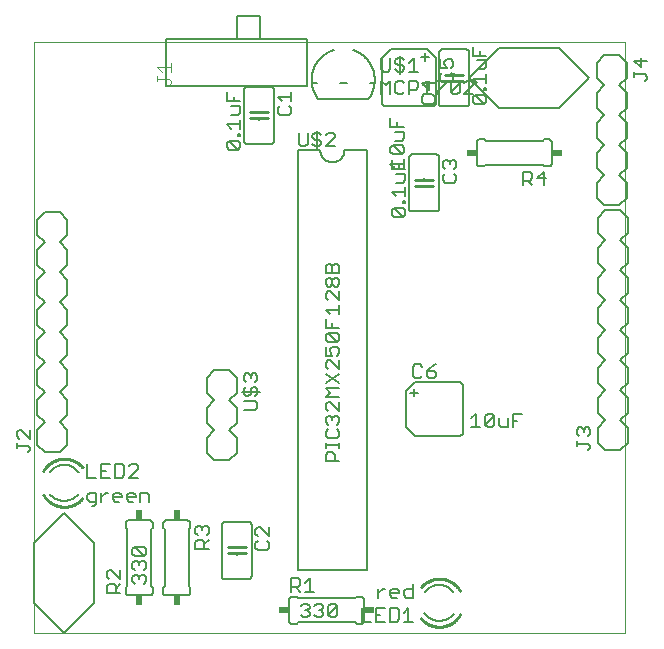
<source format=gto>
G75*
%MOIN*%
%OFA0B0*%
%FSLAX25Y25*%
%IPPOS*%
%LPD*%
%AMOC8*
5,1,8,0,0,1.08239X$1,22.5*
%
%ADD10C,0.00000*%
%ADD11C,0.00600*%
%ADD12C,0.01000*%
%ADD13C,0.00500*%
%ADD14C,0.00400*%
%ADD15C,0.00800*%
%ADD16R,0.03400X0.02400*%
%ADD17R,0.02400X0.03400*%
D10*
X0008764Y0001800D02*
X0008764Y0198650D01*
X0205615Y0198650D01*
X0205615Y0001800D01*
X0008764Y0001800D01*
D11*
X0039264Y0015300D02*
X0039264Y0016800D01*
X0039764Y0017300D01*
X0039764Y0036300D01*
X0039264Y0036800D01*
X0039264Y0038300D01*
X0039266Y0038360D01*
X0039271Y0038421D01*
X0039280Y0038480D01*
X0039293Y0038539D01*
X0039309Y0038598D01*
X0039329Y0038655D01*
X0039352Y0038710D01*
X0039379Y0038765D01*
X0039408Y0038817D01*
X0039441Y0038868D01*
X0039477Y0038917D01*
X0039515Y0038963D01*
X0039557Y0039007D01*
X0039601Y0039049D01*
X0039647Y0039087D01*
X0039696Y0039123D01*
X0039747Y0039156D01*
X0039799Y0039185D01*
X0039854Y0039212D01*
X0039909Y0039235D01*
X0039966Y0039255D01*
X0040025Y0039271D01*
X0040084Y0039284D01*
X0040143Y0039293D01*
X0040204Y0039298D01*
X0040264Y0039300D01*
X0047264Y0039300D01*
X0047324Y0039298D01*
X0047385Y0039293D01*
X0047444Y0039284D01*
X0047503Y0039271D01*
X0047562Y0039255D01*
X0047619Y0039235D01*
X0047674Y0039212D01*
X0047729Y0039185D01*
X0047781Y0039156D01*
X0047832Y0039123D01*
X0047881Y0039087D01*
X0047927Y0039049D01*
X0047971Y0039007D01*
X0048013Y0038963D01*
X0048051Y0038917D01*
X0048087Y0038868D01*
X0048120Y0038817D01*
X0048149Y0038765D01*
X0048176Y0038710D01*
X0048199Y0038655D01*
X0048219Y0038598D01*
X0048235Y0038539D01*
X0048248Y0038480D01*
X0048257Y0038421D01*
X0048262Y0038360D01*
X0048264Y0038300D01*
X0048264Y0036800D01*
X0047764Y0036300D01*
X0047764Y0017300D01*
X0048264Y0016800D01*
X0048264Y0015300D01*
X0048262Y0015240D01*
X0048257Y0015179D01*
X0048248Y0015120D01*
X0048235Y0015061D01*
X0048219Y0015002D01*
X0048199Y0014945D01*
X0048176Y0014890D01*
X0048149Y0014835D01*
X0048120Y0014783D01*
X0048087Y0014732D01*
X0048051Y0014683D01*
X0048013Y0014637D01*
X0047971Y0014593D01*
X0047927Y0014551D01*
X0047881Y0014513D01*
X0047832Y0014477D01*
X0047781Y0014444D01*
X0047729Y0014415D01*
X0047674Y0014388D01*
X0047619Y0014365D01*
X0047562Y0014345D01*
X0047503Y0014329D01*
X0047444Y0014316D01*
X0047385Y0014307D01*
X0047324Y0014302D01*
X0047264Y0014300D01*
X0040264Y0014300D01*
X0040204Y0014302D01*
X0040143Y0014307D01*
X0040084Y0014316D01*
X0040025Y0014329D01*
X0039966Y0014345D01*
X0039909Y0014365D01*
X0039854Y0014388D01*
X0039799Y0014415D01*
X0039747Y0014444D01*
X0039696Y0014477D01*
X0039647Y0014513D01*
X0039601Y0014551D01*
X0039557Y0014593D01*
X0039515Y0014637D01*
X0039477Y0014683D01*
X0039441Y0014732D01*
X0039408Y0014783D01*
X0039379Y0014835D01*
X0039352Y0014890D01*
X0039329Y0014945D01*
X0039309Y0015002D01*
X0039293Y0015061D01*
X0039280Y0015120D01*
X0039271Y0015179D01*
X0039266Y0015240D01*
X0039264Y0015300D01*
X0051764Y0015300D02*
X0051764Y0016800D01*
X0052264Y0017300D01*
X0052264Y0036300D01*
X0051764Y0036800D01*
X0051764Y0038300D01*
X0051766Y0038360D01*
X0051771Y0038421D01*
X0051780Y0038480D01*
X0051793Y0038539D01*
X0051809Y0038598D01*
X0051829Y0038655D01*
X0051852Y0038710D01*
X0051879Y0038765D01*
X0051908Y0038817D01*
X0051941Y0038868D01*
X0051977Y0038917D01*
X0052015Y0038963D01*
X0052057Y0039007D01*
X0052101Y0039049D01*
X0052147Y0039087D01*
X0052196Y0039123D01*
X0052247Y0039156D01*
X0052299Y0039185D01*
X0052354Y0039212D01*
X0052409Y0039235D01*
X0052466Y0039255D01*
X0052525Y0039271D01*
X0052584Y0039284D01*
X0052643Y0039293D01*
X0052704Y0039298D01*
X0052764Y0039300D01*
X0059764Y0039300D01*
X0059824Y0039298D01*
X0059885Y0039293D01*
X0059944Y0039284D01*
X0060003Y0039271D01*
X0060062Y0039255D01*
X0060119Y0039235D01*
X0060174Y0039212D01*
X0060229Y0039185D01*
X0060281Y0039156D01*
X0060332Y0039123D01*
X0060381Y0039087D01*
X0060427Y0039049D01*
X0060471Y0039007D01*
X0060513Y0038963D01*
X0060551Y0038917D01*
X0060587Y0038868D01*
X0060620Y0038817D01*
X0060649Y0038765D01*
X0060676Y0038710D01*
X0060699Y0038655D01*
X0060719Y0038598D01*
X0060735Y0038539D01*
X0060748Y0038480D01*
X0060757Y0038421D01*
X0060762Y0038360D01*
X0060764Y0038300D01*
X0060764Y0036800D01*
X0060264Y0036300D01*
X0060264Y0017300D01*
X0060764Y0016800D01*
X0060764Y0015300D01*
X0060762Y0015240D01*
X0060757Y0015179D01*
X0060748Y0015120D01*
X0060735Y0015061D01*
X0060719Y0015002D01*
X0060699Y0014945D01*
X0060676Y0014890D01*
X0060649Y0014835D01*
X0060620Y0014783D01*
X0060587Y0014732D01*
X0060551Y0014683D01*
X0060513Y0014637D01*
X0060471Y0014593D01*
X0060427Y0014551D01*
X0060381Y0014513D01*
X0060332Y0014477D01*
X0060281Y0014444D01*
X0060229Y0014415D01*
X0060174Y0014388D01*
X0060119Y0014365D01*
X0060062Y0014345D01*
X0060003Y0014329D01*
X0059944Y0014316D01*
X0059885Y0014307D01*
X0059824Y0014302D01*
X0059764Y0014300D01*
X0052764Y0014300D01*
X0052704Y0014302D01*
X0052643Y0014307D01*
X0052584Y0014316D01*
X0052525Y0014329D01*
X0052466Y0014345D01*
X0052409Y0014365D01*
X0052354Y0014388D01*
X0052299Y0014415D01*
X0052247Y0014444D01*
X0052196Y0014477D01*
X0052147Y0014513D01*
X0052101Y0014551D01*
X0052057Y0014593D01*
X0052015Y0014637D01*
X0051977Y0014683D01*
X0051941Y0014732D01*
X0051908Y0014783D01*
X0051879Y0014835D01*
X0051852Y0014890D01*
X0051829Y0014945D01*
X0051809Y0015002D01*
X0051793Y0015061D01*
X0051780Y0015120D01*
X0051771Y0015179D01*
X0051766Y0015240D01*
X0051764Y0015300D01*
X0071264Y0020800D02*
X0071264Y0037800D01*
X0071266Y0037860D01*
X0071271Y0037921D01*
X0071280Y0037980D01*
X0071293Y0038039D01*
X0071309Y0038098D01*
X0071329Y0038155D01*
X0071352Y0038210D01*
X0071379Y0038265D01*
X0071408Y0038317D01*
X0071441Y0038368D01*
X0071477Y0038417D01*
X0071515Y0038463D01*
X0071557Y0038507D01*
X0071601Y0038549D01*
X0071647Y0038587D01*
X0071696Y0038623D01*
X0071747Y0038656D01*
X0071799Y0038685D01*
X0071854Y0038712D01*
X0071909Y0038735D01*
X0071966Y0038755D01*
X0072025Y0038771D01*
X0072084Y0038784D01*
X0072143Y0038793D01*
X0072204Y0038798D01*
X0072264Y0038800D01*
X0080264Y0038800D01*
X0080324Y0038798D01*
X0080385Y0038793D01*
X0080444Y0038784D01*
X0080503Y0038771D01*
X0080562Y0038755D01*
X0080619Y0038735D01*
X0080674Y0038712D01*
X0080729Y0038685D01*
X0080781Y0038656D01*
X0080832Y0038623D01*
X0080881Y0038587D01*
X0080927Y0038549D01*
X0080971Y0038507D01*
X0081013Y0038463D01*
X0081051Y0038417D01*
X0081087Y0038368D01*
X0081120Y0038317D01*
X0081149Y0038265D01*
X0081176Y0038210D01*
X0081199Y0038155D01*
X0081219Y0038098D01*
X0081235Y0038039D01*
X0081248Y0037980D01*
X0081257Y0037921D01*
X0081262Y0037860D01*
X0081264Y0037800D01*
X0081264Y0020800D01*
X0081262Y0020740D01*
X0081257Y0020679D01*
X0081248Y0020620D01*
X0081235Y0020561D01*
X0081219Y0020502D01*
X0081199Y0020445D01*
X0081176Y0020390D01*
X0081149Y0020335D01*
X0081120Y0020283D01*
X0081087Y0020232D01*
X0081051Y0020183D01*
X0081013Y0020137D01*
X0080971Y0020093D01*
X0080927Y0020051D01*
X0080881Y0020013D01*
X0080832Y0019977D01*
X0080781Y0019944D01*
X0080729Y0019915D01*
X0080674Y0019888D01*
X0080619Y0019865D01*
X0080562Y0019845D01*
X0080503Y0019829D01*
X0080444Y0019816D01*
X0080385Y0019807D01*
X0080324Y0019802D01*
X0080264Y0019800D01*
X0072264Y0019800D01*
X0072204Y0019802D01*
X0072143Y0019807D01*
X0072084Y0019816D01*
X0072025Y0019829D01*
X0071966Y0019845D01*
X0071909Y0019865D01*
X0071854Y0019888D01*
X0071799Y0019915D01*
X0071747Y0019944D01*
X0071696Y0019977D01*
X0071647Y0020013D01*
X0071601Y0020051D01*
X0071557Y0020093D01*
X0071515Y0020137D01*
X0071477Y0020183D01*
X0071441Y0020232D01*
X0071408Y0020283D01*
X0071379Y0020335D01*
X0071352Y0020390D01*
X0071329Y0020445D01*
X0071309Y0020502D01*
X0071293Y0020561D01*
X0071280Y0020620D01*
X0071271Y0020679D01*
X0071266Y0020740D01*
X0071264Y0020800D01*
X0076264Y0027800D02*
X0076264Y0028300D01*
X0076264Y0030300D02*
X0076264Y0030800D01*
X0093764Y0012800D02*
X0093764Y0005800D01*
X0093766Y0005740D01*
X0093771Y0005679D01*
X0093780Y0005620D01*
X0093793Y0005561D01*
X0093809Y0005502D01*
X0093829Y0005445D01*
X0093852Y0005390D01*
X0093879Y0005335D01*
X0093908Y0005283D01*
X0093941Y0005232D01*
X0093977Y0005183D01*
X0094015Y0005137D01*
X0094057Y0005093D01*
X0094101Y0005051D01*
X0094147Y0005013D01*
X0094196Y0004977D01*
X0094247Y0004944D01*
X0094299Y0004915D01*
X0094354Y0004888D01*
X0094409Y0004865D01*
X0094466Y0004845D01*
X0094525Y0004829D01*
X0094584Y0004816D01*
X0094643Y0004807D01*
X0094704Y0004802D01*
X0094764Y0004800D01*
X0096264Y0004800D01*
X0096764Y0005300D01*
X0115764Y0005300D01*
X0116264Y0004800D01*
X0117764Y0004800D01*
X0117824Y0004802D01*
X0117885Y0004807D01*
X0117944Y0004816D01*
X0118003Y0004829D01*
X0118062Y0004845D01*
X0118119Y0004865D01*
X0118174Y0004888D01*
X0118229Y0004915D01*
X0118281Y0004944D01*
X0118332Y0004977D01*
X0118381Y0005013D01*
X0118427Y0005051D01*
X0118471Y0005093D01*
X0118513Y0005137D01*
X0118551Y0005183D01*
X0118587Y0005232D01*
X0118620Y0005283D01*
X0118649Y0005335D01*
X0118676Y0005390D01*
X0118699Y0005445D01*
X0118719Y0005502D01*
X0118735Y0005561D01*
X0118748Y0005620D01*
X0118757Y0005679D01*
X0118762Y0005740D01*
X0118764Y0005800D01*
X0118764Y0012800D01*
X0118762Y0012860D01*
X0118757Y0012921D01*
X0118748Y0012980D01*
X0118735Y0013039D01*
X0118719Y0013098D01*
X0118699Y0013155D01*
X0118676Y0013210D01*
X0118649Y0013265D01*
X0118620Y0013317D01*
X0118587Y0013368D01*
X0118551Y0013417D01*
X0118513Y0013463D01*
X0118471Y0013507D01*
X0118427Y0013549D01*
X0118381Y0013587D01*
X0118332Y0013623D01*
X0118281Y0013656D01*
X0118229Y0013685D01*
X0118174Y0013712D01*
X0118119Y0013735D01*
X0118062Y0013755D01*
X0118003Y0013771D01*
X0117944Y0013784D01*
X0117885Y0013793D01*
X0117824Y0013798D01*
X0117764Y0013800D01*
X0116264Y0013800D01*
X0115764Y0013300D01*
X0096764Y0013300D01*
X0096264Y0013800D01*
X0094764Y0013800D01*
X0094704Y0013798D01*
X0094643Y0013793D01*
X0094584Y0013784D01*
X0094525Y0013771D01*
X0094466Y0013755D01*
X0094409Y0013735D01*
X0094354Y0013712D01*
X0094299Y0013685D01*
X0094247Y0013656D01*
X0094196Y0013623D01*
X0094147Y0013587D01*
X0094101Y0013549D01*
X0094057Y0013507D01*
X0094015Y0013463D01*
X0093977Y0013417D01*
X0093941Y0013368D01*
X0093908Y0013317D01*
X0093879Y0013265D01*
X0093852Y0013210D01*
X0093829Y0013155D01*
X0093809Y0013098D01*
X0093793Y0013039D01*
X0093780Y0012980D01*
X0093771Y0012921D01*
X0093766Y0012860D01*
X0093764Y0012800D01*
X0096674Y0022666D02*
X0119674Y0022666D01*
X0119674Y0162666D01*
X0112174Y0162666D01*
X0112172Y0162540D01*
X0112166Y0162415D01*
X0112156Y0162290D01*
X0112142Y0162165D01*
X0112125Y0162040D01*
X0112103Y0161916D01*
X0112078Y0161793D01*
X0112048Y0161671D01*
X0112015Y0161550D01*
X0111978Y0161430D01*
X0111938Y0161311D01*
X0111893Y0161194D01*
X0111845Y0161077D01*
X0111793Y0160963D01*
X0111738Y0160850D01*
X0111679Y0160739D01*
X0111617Y0160630D01*
X0111551Y0160523D01*
X0111482Y0160418D01*
X0111410Y0160315D01*
X0111335Y0160214D01*
X0111256Y0160116D01*
X0111174Y0160021D01*
X0111090Y0159928D01*
X0111002Y0159838D01*
X0110912Y0159750D01*
X0110819Y0159666D01*
X0110724Y0159584D01*
X0110626Y0159505D01*
X0110525Y0159430D01*
X0110422Y0159358D01*
X0110317Y0159289D01*
X0110210Y0159223D01*
X0110101Y0159161D01*
X0109990Y0159102D01*
X0109877Y0159047D01*
X0109763Y0158995D01*
X0109646Y0158947D01*
X0109529Y0158902D01*
X0109410Y0158862D01*
X0109290Y0158825D01*
X0109169Y0158792D01*
X0109047Y0158762D01*
X0108924Y0158737D01*
X0108800Y0158715D01*
X0108675Y0158698D01*
X0108550Y0158684D01*
X0108425Y0158674D01*
X0108300Y0158668D01*
X0108174Y0158666D01*
X0108048Y0158668D01*
X0107923Y0158674D01*
X0107798Y0158684D01*
X0107673Y0158698D01*
X0107548Y0158715D01*
X0107424Y0158737D01*
X0107301Y0158762D01*
X0107179Y0158792D01*
X0107058Y0158825D01*
X0106938Y0158862D01*
X0106819Y0158902D01*
X0106702Y0158947D01*
X0106585Y0158995D01*
X0106471Y0159047D01*
X0106358Y0159102D01*
X0106247Y0159161D01*
X0106138Y0159223D01*
X0106031Y0159289D01*
X0105926Y0159358D01*
X0105823Y0159430D01*
X0105722Y0159505D01*
X0105624Y0159584D01*
X0105529Y0159666D01*
X0105436Y0159750D01*
X0105346Y0159838D01*
X0105258Y0159928D01*
X0105174Y0160021D01*
X0105092Y0160116D01*
X0105013Y0160214D01*
X0104938Y0160315D01*
X0104866Y0160418D01*
X0104797Y0160523D01*
X0104731Y0160630D01*
X0104669Y0160739D01*
X0104610Y0160850D01*
X0104555Y0160963D01*
X0104503Y0161077D01*
X0104455Y0161194D01*
X0104410Y0161311D01*
X0104370Y0161430D01*
X0104333Y0161550D01*
X0104300Y0161671D01*
X0104270Y0161793D01*
X0104245Y0161916D01*
X0104223Y0162040D01*
X0104206Y0162165D01*
X0104192Y0162290D01*
X0104182Y0162415D01*
X0104176Y0162540D01*
X0104174Y0162666D01*
X0096674Y0162666D01*
X0096674Y0022666D01*
X0143764Y0017800D02*
X0143916Y0017798D01*
X0144067Y0017792D01*
X0144218Y0017783D01*
X0144370Y0017769D01*
X0144520Y0017752D01*
X0144670Y0017731D01*
X0144820Y0017706D01*
X0144969Y0017678D01*
X0145117Y0017645D01*
X0145264Y0017609D01*
X0145411Y0017570D01*
X0145556Y0017526D01*
X0145700Y0017479D01*
X0145843Y0017428D01*
X0145984Y0017374D01*
X0146125Y0017316D01*
X0146263Y0017255D01*
X0146400Y0017190D01*
X0146536Y0017121D01*
X0146669Y0017050D01*
X0146801Y0016975D01*
X0146931Y0016896D01*
X0147058Y0016815D01*
X0147184Y0016730D01*
X0147308Y0016642D01*
X0147429Y0016551D01*
X0147548Y0016457D01*
X0147664Y0016359D01*
X0147778Y0016259D01*
X0147890Y0016157D01*
X0147998Y0016051D01*
X0148104Y0015943D01*
X0148208Y0015832D01*
X0148308Y0015718D01*
X0148406Y0015602D01*
X0148500Y0015483D01*
X0143764Y0005800D02*
X0143610Y0005802D01*
X0143456Y0005808D01*
X0143302Y0005818D01*
X0143148Y0005832D01*
X0142995Y0005849D01*
X0142843Y0005871D01*
X0142691Y0005897D01*
X0142539Y0005926D01*
X0142389Y0005960D01*
X0142239Y0005997D01*
X0142091Y0006038D01*
X0141943Y0006083D01*
X0141797Y0006132D01*
X0141652Y0006184D01*
X0141509Y0006240D01*
X0141366Y0006300D01*
X0141226Y0006363D01*
X0141087Y0006430D01*
X0140950Y0006501D01*
X0140815Y0006575D01*
X0140682Y0006652D01*
X0140550Y0006733D01*
X0140421Y0006817D01*
X0140294Y0006905D01*
X0140170Y0006996D01*
X0140048Y0007089D01*
X0139928Y0007187D01*
X0139811Y0007287D01*
X0139696Y0007390D01*
X0139584Y0007496D01*
X0139475Y0007604D01*
X0139369Y0007716D01*
X0139265Y0007830D01*
X0139165Y0007947D01*
X0139067Y0008066D01*
X0138973Y0008188D01*
X0138882Y0008313D01*
X0143764Y0005800D02*
X0143914Y0005802D01*
X0144065Y0005808D01*
X0144215Y0005817D01*
X0144364Y0005830D01*
X0144514Y0005847D01*
X0144663Y0005868D01*
X0144811Y0005892D01*
X0144959Y0005920D01*
X0145106Y0005952D01*
X0145252Y0005987D01*
X0145397Y0006027D01*
X0145541Y0006069D01*
X0145684Y0006116D01*
X0145826Y0006166D01*
X0145967Y0006219D01*
X0146106Y0006276D01*
X0146244Y0006336D01*
X0146380Y0006400D01*
X0146514Y0006467D01*
X0146647Y0006538D01*
X0146778Y0006612D01*
X0146907Y0006689D01*
X0147034Y0006770D01*
X0147159Y0006853D01*
X0147282Y0006940D01*
X0147403Y0007029D01*
X0147521Y0007122D01*
X0147637Y0007218D01*
X0147751Y0007316D01*
X0147862Y0007417D01*
X0147971Y0007522D01*
X0148076Y0007628D01*
X0148180Y0007738D01*
X0148280Y0007850D01*
X0148378Y0007964D01*
X0148472Y0008081D01*
X0148564Y0008200D01*
X0143764Y0017800D02*
X0143612Y0017798D01*
X0143461Y0017792D01*
X0143310Y0017783D01*
X0143158Y0017769D01*
X0143008Y0017752D01*
X0142858Y0017731D01*
X0142708Y0017706D01*
X0142559Y0017678D01*
X0142411Y0017645D01*
X0142264Y0017609D01*
X0142117Y0017570D01*
X0141972Y0017526D01*
X0141828Y0017479D01*
X0141685Y0017428D01*
X0141544Y0017374D01*
X0141403Y0017316D01*
X0141265Y0017255D01*
X0141128Y0017190D01*
X0140992Y0017121D01*
X0140859Y0017050D01*
X0140727Y0016975D01*
X0140597Y0016896D01*
X0140470Y0016815D01*
X0140344Y0016730D01*
X0140220Y0016642D01*
X0140099Y0016551D01*
X0139980Y0016457D01*
X0139864Y0016359D01*
X0139750Y0016259D01*
X0139638Y0016157D01*
X0139530Y0016051D01*
X0139424Y0015943D01*
X0139320Y0015832D01*
X0139220Y0015718D01*
X0139122Y0015602D01*
X0139028Y0015483D01*
X0135788Y0067485D02*
X0132788Y0070485D01*
X0132788Y0082485D01*
X0135788Y0085485D01*
X0150288Y0085485D01*
X0150364Y0085483D01*
X0150440Y0085477D01*
X0150515Y0085468D01*
X0150590Y0085454D01*
X0150664Y0085437D01*
X0150737Y0085416D01*
X0150809Y0085392D01*
X0150880Y0085363D01*
X0150949Y0085332D01*
X0151016Y0085297D01*
X0151081Y0085258D01*
X0151145Y0085216D01*
X0151206Y0085171D01*
X0151265Y0085123D01*
X0151321Y0085072D01*
X0151375Y0085018D01*
X0151426Y0084962D01*
X0151474Y0084903D01*
X0151519Y0084842D01*
X0151561Y0084778D01*
X0151600Y0084713D01*
X0151635Y0084646D01*
X0151666Y0084577D01*
X0151695Y0084506D01*
X0151719Y0084434D01*
X0151740Y0084361D01*
X0151757Y0084287D01*
X0151771Y0084212D01*
X0151780Y0084137D01*
X0151786Y0084061D01*
X0151788Y0083985D01*
X0151788Y0068985D01*
X0151786Y0068909D01*
X0151780Y0068833D01*
X0151771Y0068758D01*
X0151757Y0068683D01*
X0151740Y0068609D01*
X0151719Y0068536D01*
X0151695Y0068464D01*
X0151666Y0068393D01*
X0151635Y0068324D01*
X0151600Y0068257D01*
X0151561Y0068192D01*
X0151519Y0068128D01*
X0151474Y0068067D01*
X0151426Y0068008D01*
X0151375Y0067952D01*
X0151321Y0067898D01*
X0151265Y0067847D01*
X0151206Y0067799D01*
X0151145Y0067754D01*
X0151081Y0067712D01*
X0151016Y0067673D01*
X0150949Y0067638D01*
X0150880Y0067607D01*
X0150809Y0067578D01*
X0150737Y0067554D01*
X0150664Y0067533D01*
X0150590Y0067516D01*
X0150515Y0067502D01*
X0150440Y0067493D01*
X0150364Y0067487D01*
X0150288Y0067485D01*
X0135788Y0067485D01*
X0135288Y0080585D02*
X0135288Y0083085D01*
X0136588Y0081885D02*
X0133988Y0081885D01*
X0134764Y0142300D02*
X0142764Y0142300D01*
X0142824Y0142302D01*
X0142885Y0142307D01*
X0142944Y0142316D01*
X0143003Y0142329D01*
X0143062Y0142345D01*
X0143119Y0142365D01*
X0143174Y0142388D01*
X0143229Y0142415D01*
X0143281Y0142444D01*
X0143332Y0142477D01*
X0143381Y0142513D01*
X0143427Y0142551D01*
X0143471Y0142593D01*
X0143513Y0142637D01*
X0143551Y0142683D01*
X0143587Y0142732D01*
X0143620Y0142783D01*
X0143649Y0142835D01*
X0143676Y0142890D01*
X0143699Y0142945D01*
X0143719Y0143002D01*
X0143735Y0143061D01*
X0143748Y0143120D01*
X0143757Y0143179D01*
X0143762Y0143240D01*
X0143764Y0143300D01*
X0143764Y0160300D01*
X0143762Y0160360D01*
X0143757Y0160421D01*
X0143748Y0160480D01*
X0143735Y0160539D01*
X0143719Y0160598D01*
X0143699Y0160655D01*
X0143676Y0160710D01*
X0143649Y0160765D01*
X0143620Y0160817D01*
X0143587Y0160868D01*
X0143551Y0160917D01*
X0143513Y0160963D01*
X0143471Y0161007D01*
X0143427Y0161049D01*
X0143381Y0161087D01*
X0143332Y0161123D01*
X0143281Y0161156D01*
X0143229Y0161185D01*
X0143174Y0161212D01*
X0143119Y0161235D01*
X0143062Y0161255D01*
X0143003Y0161271D01*
X0142944Y0161284D01*
X0142885Y0161293D01*
X0142824Y0161298D01*
X0142764Y0161300D01*
X0134764Y0161300D01*
X0134704Y0161298D01*
X0134643Y0161293D01*
X0134584Y0161284D01*
X0134525Y0161271D01*
X0134466Y0161255D01*
X0134409Y0161235D01*
X0134354Y0161212D01*
X0134299Y0161185D01*
X0134247Y0161156D01*
X0134196Y0161123D01*
X0134147Y0161087D01*
X0134101Y0161049D01*
X0134057Y0161007D01*
X0134015Y0160963D01*
X0133977Y0160917D01*
X0133941Y0160868D01*
X0133908Y0160817D01*
X0133879Y0160765D01*
X0133852Y0160710D01*
X0133829Y0160655D01*
X0133809Y0160598D01*
X0133793Y0160539D01*
X0133780Y0160480D01*
X0133771Y0160421D01*
X0133766Y0160360D01*
X0133764Y0160300D01*
X0133764Y0143300D01*
X0133766Y0143240D01*
X0133771Y0143179D01*
X0133780Y0143120D01*
X0133793Y0143061D01*
X0133809Y0143002D01*
X0133829Y0142945D01*
X0133852Y0142890D01*
X0133879Y0142835D01*
X0133908Y0142783D01*
X0133941Y0142732D01*
X0133977Y0142683D01*
X0134015Y0142637D01*
X0134057Y0142593D01*
X0134101Y0142551D01*
X0134147Y0142513D01*
X0134196Y0142477D01*
X0134247Y0142444D01*
X0134299Y0142415D01*
X0134354Y0142388D01*
X0134409Y0142365D01*
X0134466Y0142345D01*
X0134525Y0142329D01*
X0134584Y0142316D01*
X0134643Y0142307D01*
X0134704Y0142302D01*
X0134764Y0142300D01*
X0138764Y0150300D02*
X0138764Y0150800D01*
X0138764Y0152800D02*
X0138764Y0153300D01*
X0156264Y0158300D02*
X0156264Y0165300D01*
X0156266Y0165360D01*
X0156271Y0165421D01*
X0156280Y0165480D01*
X0156293Y0165539D01*
X0156309Y0165598D01*
X0156329Y0165655D01*
X0156352Y0165710D01*
X0156379Y0165765D01*
X0156408Y0165817D01*
X0156441Y0165868D01*
X0156477Y0165917D01*
X0156515Y0165963D01*
X0156557Y0166007D01*
X0156601Y0166049D01*
X0156647Y0166087D01*
X0156696Y0166123D01*
X0156747Y0166156D01*
X0156799Y0166185D01*
X0156854Y0166212D01*
X0156909Y0166235D01*
X0156966Y0166255D01*
X0157025Y0166271D01*
X0157084Y0166284D01*
X0157143Y0166293D01*
X0157204Y0166298D01*
X0157264Y0166300D01*
X0158764Y0166300D01*
X0159264Y0165800D01*
X0178264Y0165800D01*
X0178764Y0166300D01*
X0180264Y0166300D01*
X0180324Y0166298D01*
X0180385Y0166293D01*
X0180444Y0166284D01*
X0180503Y0166271D01*
X0180562Y0166255D01*
X0180619Y0166235D01*
X0180674Y0166212D01*
X0180729Y0166185D01*
X0180781Y0166156D01*
X0180832Y0166123D01*
X0180881Y0166087D01*
X0180927Y0166049D01*
X0180971Y0166007D01*
X0181013Y0165963D01*
X0181051Y0165917D01*
X0181087Y0165868D01*
X0181120Y0165817D01*
X0181149Y0165765D01*
X0181176Y0165710D01*
X0181199Y0165655D01*
X0181219Y0165598D01*
X0181235Y0165539D01*
X0181248Y0165480D01*
X0181257Y0165421D01*
X0181262Y0165360D01*
X0181264Y0165300D01*
X0181264Y0158300D01*
X0181262Y0158240D01*
X0181257Y0158179D01*
X0181248Y0158120D01*
X0181235Y0158061D01*
X0181219Y0158002D01*
X0181199Y0157945D01*
X0181176Y0157890D01*
X0181149Y0157835D01*
X0181120Y0157783D01*
X0181087Y0157732D01*
X0181051Y0157683D01*
X0181013Y0157637D01*
X0180971Y0157593D01*
X0180927Y0157551D01*
X0180881Y0157513D01*
X0180832Y0157477D01*
X0180781Y0157444D01*
X0180729Y0157415D01*
X0180674Y0157388D01*
X0180619Y0157365D01*
X0180562Y0157345D01*
X0180503Y0157329D01*
X0180444Y0157316D01*
X0180385Y0157307D01*
X0180324Y0157302D01*
X0180264Y0157300D01*
X0178764Y0157300D01*
X0178264Y0157800D01*
X0159264Y0157800D01*
X0158764Y0157300D01*
X0157264Y0157300D01*
X0157204Y0157302D01*
X0157143Y0157307D01*
X0157084Y0157316D01*
X0157025Y0157329D01*
X0156966Y0157345D01*
X0156909Y0157365D01*
X0156854Y0157388D01*
X0156799Y0157415D01*
X0156747Y0157444D01*
X0156696Y0157477D01*
X0156647Y0157513D01*
X0156601Y0157551D01*
X0156557Y0157593D01*
X0156515Y0157637D01*
X0156477Y0157683D01*
X0156441Y0157732D01*
X0156408Y0157783D01*
X0156379Y0157835D01*
X0156352Y0157890D01*
X0156329Y0157945D01*
X0156309Y0158002D01*
X0156293Y0158061D01*
X0156280Y0158120D01*
X0156271Y0158179D01*
X0156266Y0158240D01*
X0156264Y0158300D01*
X0152764Y0177300D02*
X0144764Y0177300D01*
X0144704Y0177302D01*
X0144643Y0177307D01*
X0144584Y0177316D01*
X0144525Y0177329D01*
X0144466Y0177345D01*
X0144409Y0177365D01*
X0144354Y0177388D01*
X0144299Y0177415D01*
X0144247Y0177444D01*
X0144196Y0177477D01*
X0144147Y0177513D01*
X0144101Y0177551D01*
X0144057Y0177593D01*
X0144015Y0177637D01*
X0143977Y0177683D01*
X0143941Y0177732D01*
X0143908Y0177783D01*
X0143879Y0177835D01*
X0143852Y0177890D01*
X0143829Y0177945D01*
X0143809Y0178002D01*
X0143793Y0178061D01*
X0143780Y0178120D01*
X0143771Y0178179D01*
X0143766Y0178240D01*
X0143764Y0178300D01*
X0143764Y0195300D01*
X0143766Y0195360D01*
X0143771Y0195421D01*
X0143780Y0195480D01*
X0143793Y0195539D01*
X0143809Y0195598D01*
X0143829Y0195655D01*
X0143852Y0195710D01*
X0143879Y0195765D01*
X0143908Y0195817D01*
X0143941Y0195868D01*
X0143977Y0195917D01*
X0144015Y0195963D01*
X0144057Y0196007D01*
X0144101Y0196049D01*
X0144147Y0196087D01*
X0144196Y0196123D01*
X0144247Y0196156D01*
X0144299Y0196185D01*
X0144354Y0196212D01*
X0144409Y0196235D01*
X0144466Y0196255D01*
X0144525Y0196271D01*
X0144584Y0196284D01*
X0144643Y0196293D01*
X0144704Y0196298D01*
X0144764Y0196300D01*
X0152764Y0196300D01*
X0152824Y0196298D01*
X0152885Y0196293D01*
X0152944Y0196284D01*
X0153003Y0196271D01*
X0153062Y0196255D01*
X0153119Y0196235D01*
X0153174Y0196212D01*
X0153229Y0196185D01*
X0153281Y0196156D01*
X0153332Y0196123D01*
X0153381Y0196087D01*
X0153427Y0196049D01*
X0153471Y0196007D01*
X0153513Y0195963D01*
X0153551Y0195917D01*
X0153587Y0195868D01*
X0153620Y0195817D01*
X0153649Y0195765D01*
X0153676Y0195710D01*
X0153699Y0195655D01*
X0153719Y0195598D01*
X0153735Y0195539D01*
X0153748Y0195480D01*
X0153757Y0195421D01*
X0153762Y0195360D01*
X0153764Y0195300D01*
X0153764Y0178300D01*
X0153762Y0178240D01*
X0153757Y0178179D01*
X0153748Y0178120D01*
X0153735Y0178061D01*
X0153719Y0178002D01*
X0153699Y0177945D01*
X0153676Y0177890D01*
X0153649Y0177835D01*
X0153620Y0177783D01*
X0153587Y0177732D01*
X0153551Y0177683D01*
X0153513Y0177637D01*
X0153471Y0177593D01*
X0153427Y0177551D01*
X0153381Y0177513D01*
X0153332Y0177477D01*
X0153281Y0177444D01*
X0153229Y0177415D01*
X0153174Y0177388D01*
X0153119Y0177365D01*
X0153062Y0177345D01*
X0153003Y0177329D01*
X0152944Y0177316D01*
X0152885Y0177307D01*
X0152824Y0177302D01*
X0152764Y0177300D01*
X0148764Y0185300D02*
X0148764Y0185800D01*
X0148764Y0187800D02*
X0148764Y0188300D01*
X0142764Y0193300D02*
X0139764Y0196300D01*
X0127764Y0196300D01*
X0124764Y0193300D01*
X0124764Y0178800D01*
X0124766Y0178724D01*
X0124772Y0178648D01*
X0124781Y0178573D01*
X0124795Y0178498D01*
X0124812Y0178424D01*
X0124833Y0178351D01*
X0124857Y0178279D01*
X0124886Y0178208D01*
X0124917Y0178139D01*
X0124952Y0178072D01*
X0124991Y0178007D01*
X0125033Y0177943D01*
X0125078Y0177882D01*
X0125126Y0177823D01*
X0125177Y0177767D01*
X0125231Y0177713D01*
X0125287Y0177662D01*
X0125346Y0177614D01*
X0125407Y0177569D01*
X0125471Y0177527D01*
X0125536Y0177488D01*
X0125603Y0177453D01*
X0125672Y0177422D01*
X0125743Y0177393D01*
X0125815Y0177369D01*
X0125888Y0177348D01*
X0125962Y0177331D01*
X0126037Y0177317D01*
X0126112Y0177308D01*
X0126188Y0177302D01*
X0126264Y0177300D01*
X0141264Y0177300D01*
X0141340Y0177302D01*
X0141416Y0177308D01*
X0141491Y0177317D01*
X0141566Y0177331D01*
X0141640Y0177348D01*
X0141713Y0177369D01*
X0141785Y0177393D01*
X0141856Y0177422D01*
X0141925Y0177453D01*
X0141992Y0177488D01*
X0142057Y0177527D01*
X0142121Y0177569D01*
X0142182Y0177614D01*
X0142241Y0177662D01*
X0142297Y0177713D01*
X0142351Y0177767D01*
X0142402Y0177823D01*
X0142450Y0177882D01*
X0142495Y0177943D01*
X0142537Y0178007D01*
X0142576Y0178072D01*
X0142611Y0178139D01*
X0142642Y0178208D01*
X0142671Y0178279D01*
X0142695Y0178351D01*
X0142716Y0178424D01*
X0142733Y0178498D01*
X0142747Y0178573D01*
X0142756Y0178648D01*
X0142762Y0178724D01*
X0142764Y0178800D01*
X0142764Y0193300D01*
X0140364Y0193800D02*
X0137864Y0193800D01*
X0139164Y0192500D02*
X0139164Y0195100D01*
X0088764Y0182800D02*
X0088764Y0165800D01*
X0088762Y0165740D01*
X0088757Y0165679D01*
X0088748Y0165620D01*
X0088735Y0165561D01*
X0088719Y0165502D01*
X0088699Y0165445D01*
X0088676Y0165390D01*
X0088649Y0165335D01*
X0088620Y0165283D01*
X0088587Y0165232D01*
X0088551Y0165183D01*
X0088513Y0165137D01*
X0088471Y0165093D01*
X0088427Y0165051D01*
X0088381Y0165013D01*
X0088332Y0164977D01*
X0088281Y0164944D01*
X0088229Y0164915D01*
X0088174Y0164888D01*
X0088119Y0164865D01*
X0088062Y0164845D01*
X0088003Y0164829D01*
X0087944Y0164816D01*
X0087885Y0164807D01*
X0087824Y0164802D01*
X0087764Y0164800D01*
X0079764Y0164800D01*
X0079704Y0164802D01*
X0079643Y0164807D01*
X0079584Y0164816D01*
X0079525Y0164829D01*
X0079466Y0164845D01*
X0079409Y0164865D01*
X0079354Y0164888D01*
X0079299Y0164915D01*
X0079247Y0164944D01*
X0079196Y0164977D01*
X0079147Y0165013D01*
X0079101Y0165051D01*
X0079057Y0165093D01*
X0079015Y0165137D01*
X0078977Y0165183D01*
X0078941Y0165232D01*
X0078908Y0165283D01*
X0078879Y0165335D01*
X0078852Y0165390D01*
X0078829Y0165445D01*
X0078809Y0165502D01*
X0078793Y0165561D01*
X0078780Y0165620D01*
X0078771Y0165679D01*
X0078766Y0165740D01*
X0078764Y0165800D01*
X0078764Y0182800D01*
X0078766Y0182860D01*
X0078771Y0182921D01*
X0078780Y0182980D01*
X0078793Y0183039D01*
X0078809Y0183098D01*
X0078829Y0183155D01*
X0078852Y0183210D01*
X0078879Y0183265D01*
X0078908Y0183317D01*
X0078941Y0183368D01*
X0078977Y0183417D01*
X0079015Y0183463D01*
X0079057Y0183507D01*
X0079101Y0183549D01*
X0079147Y0183587D01*
X0079196Y0183623D01*
X0079247Y0183656D01*
X0079299Y0183685D01*
X0079354Y0183712D01*
X0079409Y0183735D01*
X0079466Y0183755D01*
X0079525Y0183771D01*
X0079584Y0183784D01*
X0079643Y0183793D01*
X0079704Y0183798D01*
X0079764Y0183800D01*
X0087764Y0183800D01*
X0087824Y0183798D01*
X0087885Y0183793D01*
X0087944Y0183784D01*
X0088003Y0183771D01*
X0088062Y0183755D01*
X0088119Y0183735D01*
X0088174Y0183712D01*
X0088229Y0183685D01*
X0088281Y0183656D01*
X0088332Y0183623D01*
X0088381Y0183587D01*
X0088427Y0183549D01*
X0088471Y0183507D01*
X0088513Y0183463D01*
X0088551Y0183417D01*
X0088587Y0183368D01*
X0088620Y0183317D01*
X0088649Y0183265D01*
X0088676Y0183210D01*
X0088699Y0183155D01*
X0088719Y0183098D01*
X0088735Y0183039D01*
X0088748Y0182980D01*
X0088757Y0182921D01*
X0088762Y0182860D01*
X0088764Y0182800D01*
X0083764Y0175800D02*
X0083764Y0175300D01*
X0083764Y0173300D02*
X0083764Y0172800D01*
X0018764Y0045800D02*
X0018612Y0045802D01*
X0018461Y0045808D01*
X0018310Y0045817D01*
X0018158Y0045831D01*
X0018008Y0045848D01*
X0017858Y0045869D01*
X0017708Y0045894D01*
X0017559Y0045922D01*
X0017411Y0045955D01*
X0017264Y0045991D01*
X0017117Y0046030D01*
X0016972Y0046074D01*
X0016828Y0046121D01*
X0016685Y0046172D01*
X0016544Y0046226D01*
X0016403Y0046284D01*
X0016265Y0046345D01*
X0016128Y0046410D01*
X0015992Y0046479D01*
X0015859Y0046550D01*
X0015727Y0046625D01*
X0015597Y0046704D01*
X0015470Y0046785D01*
X0015344Y0046870D01*
X0015220Y0046958D01*
X0015099Y0047049D01*
X0014980Y0047143D01*
X0014864Y0047241D01*
X0014750Y0047341D01*
X0014638Y0047443D01*
X0014530Y0047549D01*
X0014424Y0047657D01*
X0014320Y0047768D01*
X0014220Y0047882D01*
X0014122Y0047998D01*
X0014028Y0048117D01*
X0018764Y0057800D02*
X0018918Y0057798D01*
X0019072Y0057792D01*
X0019226Y0057782D01*
X0019380Y0057768D01*
X0019533Y0057751D01*
X0019685Y0057729D01*
X0019837Y0057703D01*
X0019989Y0057674D01*
X0020139Y0057640D01*
X0020289Y0057603D01*
X0020437Y0057562D01*
X0020585Y0057517D01*
X0020731Y0057468D01*
X0020876Y0057416D01*
X0021019Y0057360D01*
X0021162Y0057300D01*
X0021302Y0057237D01*
X0021441Y0057170D01*
X0021578Y0057099D01*
X0021713Y0057025D01*
X0021846Y0056948D01*
X0021978Y0056867D01*
X0022107Y0056783D01*
X0022234Y0056695D01*
X0022358Y0056604D01*
X0022480Y0056511D01*
X0022600Y0056413D01*
X0022717Y0056313D01*
X0022832Y0056210D01*
X0022944Y0056104D01*
X0023053Y0055996D01*
X0023159Y0055884D01*
X0023263Y0055770D01*
X0023363Y0055653D01*
X0023461Y0055534D01*
X0023555Y0055412D01*
X0023646Y0055287D01*
X0018764Y0057800D02*
X0018614Y0057798D01*
X0018463Y0057792D01*
X0018313Y0057783D01*
X0018164Y0057770D01*
X0018014Y0057753D01*
X0017865Y0057732D01*
X0017717Y0057708D01*
X0017569Y0057680D01*
X0017422Y0057648D01*
X0017276Y0057613D01*
X0017131Y0057573D01*
X0016987Y0057531D01*
X0016844Y0057484D01*
X0016702Y0057434D01*
X0016561Y0057381D01*
X0016422Y0057324D01*
X0016284Y0057264D01*
X0016148Y0057200D01*
X0016014Y0057133D01*
X0015881Y0057062D01*
X0015750Y0056988D01*
X0015621Y0056911D01*
X0015494Y0056830D01*
X0015369Y0056747D01*
X0015246Y0056660D01*
X0015125Y0056571D01*
X0015007Y0056478D01*
X0014891Y0056382D01*
X0014777Y0056284D01*
X0014666Y0056183D01*
X0014557Y0056078D01*
X0014452Y0055972D01*
X0014348Y0055862D01*
X0014248Y0055750D01*
X0014150Y0055636D01*
X0014056Y0055519D01*
X0013964Y0055400D01*
X0018764Y0045800D02*
X0018916Y0045802D01*
X0019067Y0045808D01*
X0019218Y0045817D01*
X0019370Y0045831D01*
X0019520Y0045848D01*
X0019670Y0045869D01*
X0019820Y0045894D01*
X0019969Y0045922D01*
X0020117Y0045955D01*
X0020264Y0045991D01*
X0020411Y0046030D01*
X0020556Y0046074D01*
X0020700Y0046121D01*
X0020843Y0046172D01*
X0020984Y0046226D01*
X0021125Y0046284D01*
X0021263Y0046345D01*
X0021400Y0046410D01*
X0021536Y0046479D01*
X0021669Y0046550D01*
X0021801Y0046625D01*
X0021931Y0046704D01*
X0022058Y0046785D01*
X0022184Y0046870D01*
X0022308Y0046958D01*
X0022429Y0047049D01*
X0022548Y0047143D01*
X0022664Y0047241D01*
X0022778Y0047341D01*
X0022890Y0047443D01*
X0022998Y0047549D01*
X0023104Y0047657D01*
X0023208Y0047768D01*
X0023308Y0047882D01*
X0023406Y0047998D01*
X0023500Y0048117D01*
D12*
X0018765Y0059800D02*
X0018573Y0059798D01*
X0018381Y0059791D01*
X0018189Y0059779D01*
X0017997Y0059763D01*
X0017806Y0059742D01*
X0017616Y0059717D01*
X0017426Y0059687D01*
X0017237Y0059653D01*
X0017049Y0059614D01*
X0016862Y0059570D01*
X0016676Y0059522D01*
X0016491Y0059470D01*
X0016307Y0059413D01*
X0016125Y0059352D01*
X0015945Y0059286D01*
X0015766Y0059216D01*
X0015588Y0059142D01*
X0015413Y0059064D01*
X0015239Y0058981D01*
X0015068Y0058894D01*
X0014899Y0058804D01*
X0014732Y0058709D01*
X0014567Y0058610D01*
X0014404Y0058507D01*
X0014245Y0058400D01*
X0014087Y0058290D01*
X0013933Y0058176D01*
X0013781Y0058058D01*
X0013632Y0057936D01*
X0013486Y0057811D01*
X0013344Y0057683D01*
X0013204Y0057551D01*
X0013067Y0057416D01*
X0012934Y0057277D01*
X0012804Y0057136D01*
X0012678Y0056991D01*
X0012555Y0056843D01*
X0012436Y0056693D01*
X0012320Y0056539D01*
X0012208Y0056383D01*
X0012100Y0056224D01*
X0011995Y0056063D01*
X0011895Y0055899D01*
X0011799Y0055733D01*
X0011706Y0055565D01*
X0011818Y0047831D02*
X0011917Y0047662D01*
X0012021Y0047496D01*
X0012128Y0047332D01*
X0012239Y0047171D01*
X0012354Y0047013D01*
X0012473Y0046858D01*
X0012596Y0046705D01*
X0012722Y0046556D01*
X0012852Y0046410D01*
X0012986Y0046267D01*
X0013123Y0046127D01*
X0013263Y0045991D01*
X0013407Y0045858D01*
X0013554Y0045729D01*
X0013704Y0045603D01*
X0013857Y0045482D01*
X0014013Y0045363D01*
X0014172Y0045249D01*
X0014333Y0045139D01*
X0014498Y0045033D01*
X0014664Y0044930D01*
X0014834Y0044832D01*
X0015005Y0044738D01*
X0015179Y0044648D01*
X0015355Y0044563D01*
X0015533Y0044481D01*
X0015713Y0044405D01*
X0015895Y0044332D01*
X0016078Y0044264D01*
X0016263Y0044201D01*
X0016450Y0044142D01*
X0016638Y0044088D01*
X0016827Y0044038D01*
X0017017Y0043993D01*
X0017209Y0043953D01*
X0017401Y0043917D01*
X0017594Y0043886D01*
X0017788Y0043860D01*
X0017983Y0043838D01*
X0018178Y0043822D01*
X0018373Y0043810D01*
X0018569Y0043802D01*
X0018764Y0043800D01*
X0018957Y0043802D01*
X0019150Y0043809D01*
X0019342Y0043821D01*
X0019535Y0043837D01*
X0019727Y0043858D01*
X0019918Y0043884D01*
X0020108Y0043914D01*
X0020298Y0043949D01*
X0020487Y0043988D01*
X0020675Y0044032D01*
X0020862Y0044080D01*
X0021048Y0044133D01*
X0021232Y0044190D01*
X0021415Y0044252D01*
X0021596Y0044318D01*
X0021776Y0044389D01*
X0021954Y0044463D01*
X0022130Y0044542D01*
X0022304Y0044626D01*
X0022476Y0044713D01*
X0022646Y0044805D01*
X0022813Y0044901D01*
X0022979Y0045000D01*
X0023142Y0045104D01*
X0023302Y0045211D01*
X0023459Y0045323D01*
X0023614Y0045438D01*
X0023766Y0045557D01*
X0023915Y0045679D01*
X0024062Y0045805D01*
X0024205Y0045935D01*
X0024345Y0046068D01*
X0024481Y0046204D01*
X0024615Y0046344D01*
X0024744Y0046486D01*
X0024871Y0046632D01*
X0024910Y0056922D02*
X0024783Y0057070D01*
X0024653Y0057215D01*
X0024520Y0057356D01*
X0024383Y0057495D01*
X0024243Y0057630D01*
X0024099Y0057761D01*
X0023952Y0057889D01*
X0023803Y0058014D01*
X0023650Y0058135D01*
X0023495Y0058252D01*
X0023336Y0058365D01*
X0023175Y0058474D01*
X0023011Y0058579D01*
X0022845Y0058681D01*
X0022676Y0058778D01*
X0022506Y0058871D01*
X0022332Y0058960D01*
X0022157Y0059045D01*
X0021980Y0059125D01*
X0021801Y0059201D01*
X0021620Y0059273D01*
X0021437Y0059340D01*
X0021253Y0059403D01*
X0021067Y0059461D01*
X0020880Y0059515D01*
X0020692Y0059564D01*
X0020502Y0059609D01*
X0020312Y0059649D01*
X0020120Y0059684D01*
X0019928Y0059715D01*
X0019735Y0059741D01*
X0019541Y0059762D01*
X0019347Y0059779D01*
X0019153Y0059791D01*
X0018959Y0059798D01*
X0018764Y0059800D01*
X0073264Y0030300D02*
X0076264Y0030300D01*
X0079264Y0030300D01*
X0079264Y0028300D02*
X0076264Y0028300D01*
X0073264Y0028300D01*
X0143764Y0003800D02*
X0143956Y0003802D01*
X0144148Y0003809D01*
X0144340Y0003821D01*
X0144532Y0003837D01*
X0144723Y0003858D01*
X0144913Y0003883D01*
X0145103Y0003913D01*
X0145292Y0003947D01*
X0145480Y0003986D01*
X0145667Y0004030D01*
X0145853Y0004078D01*
X0146038Y0004130D01*
X0146222Y0004187D01*
X0146404Y0004248D01*
X0146584Y0004314D01*
X0146763Y0004384D01*
X0146941Y0004458D01*
X0147116Y0004536D01*
X0147290Y0004619D01*
X0147461Y0004706D01*
X0147630Y0004796D01*
X0147797Y0004891D01*
X0147962Y0004990D01*
X0148125Y0005093D01*
X0148284Y0005200D01*
X0148442Y0005310D01*
X0148596Y0005424D01*
X0148748Y0005542D01*
X0148897Y0005664D01*
X0149043Y0005789D01*
X0149185Y0005917D01*
X0149325Y0006049D01*
X0149462Y0006184D01*
X0149595Y0006323D01*
X0149725Y0006464D01*
X0149851Y0006609D01*
X0149974Y0006757D01*
X0150093Y0006907D01*
X0150209Y0007061D01*
X0150321Y0007217D01*
X0150429Y0007376D01*
X0150534Y0007537D01*
X0150634Y0007701D01*
X0150730Y0007867D01*
X0150823Y0008035D01*
X0150711Y0015769D02*
X0150612Y0015938D01*
X0150508Y0016104D01*
X0150401Y0016268D01*
X0150290Y0016429D01*
X0150175Y0016587D01*
X0150056Y0016742D01*
X0149933Y0016895D01*
X0149807Y0017044D01*
X0149677Y0017190D01*
X0149543Y0017333D01*
X0149406Y0017473D01*
X0149266Y0017609D01*
X0149122Y0017742D01*
X0148975Y0017871D01*
X0148825Y0017997D01*
X0148672Y0018118D01*
X0148516Y0018237D01*
X0148357Y0018351D01*
X0148196Y0018461D01*
X0148031Y0018567D01*
X0147865Y0018670D01*
X0147695Y0018768D01*
X0147524Y0018862D01*
X0147350Y0018952D01*
X0147174Y0019037D01*
X0146996Y0019119D01*
X0146816Y0019195D01*
X0146634Y0019268D01*
X0146451Y0019336D01*
X0146266Y0019399D01*
X0146079Y0019458D01*
X0145891Y0019512D01*
X0145702Y0019562D01*
X0145512Y0019607D01*
X0145320Y0019647D01*
X0145128Y0019683D01*
X0144935Y0019714D01*
X0144741Y0019740D01*
X0144546Y0019762D01*
X0144351Y0019778D01*
X0144156Y0019790D01*
X0143960Y0019798D01*
X0143765Y0019800D01*
X0143764Y0019800D02*
X0143571Y0019798D01*
X0143378Y0019791D01*
X0143186Y0019779D01*
X0142993Y0019763D01*
X0142801Y0019742D01*
X0142610Y0019716D01*
X0142420Y0019686D01*
X0142230Y0019651D01*
X0142041Y0019612D01*
X0141853Y0019568D01*
X0141666Y0019520D01*
X0141480Y0019467D01*
X0141296Y0019410D01*
X0141113Y0019348D01*
X0140932Y0019282D01*
X0140752Y0019211D01*
X0140574Y0019137D01*
X0140398Y0019058D01*
X0140224Y0018974D01*
X0140052Y0018887D01*
X0139882Y0018795D01*
X0139715Y0018699D01*
X0139549Y0018600D01*
X0139386Y0018496D01*
X0139226Y0018389D01*
X0139069Y0018277D01*
X0138914Y0018162D01*
X0138762Y0018043D01*
X0138613Y0017921D01*
X0138466Y0017795D01*
X0138323Y0017665D01*
X0138183Y0017532D01*
X0138047Y0017396D01*
X0137913Y0017256D01*
X0137784Y0017114D01*
X0137657Y0016968D01*
X0137618Y0006678D02*
X0137745Y0006530D01*
X0137875Y0006385D01*
X0138008Y0006244D01*
X0138145Y0006105D01*
X0138285Y0005970D01*
X0138429Y0005839D01*
X0138576Y0005711D01*
X0138725Y0005586D01*
X0138878Y0005465D01*
X0139033Y0005348D01*
X0139192Y0005235D01*
X0139353Y0005126D01*
X0139517Y0005021D01*
X0139683Y0004919D01*
X0139852Y0004822D01*
X0140022Y0004729D01*
X0140196Y0004640D01*
X0140371Y0004555D01*
X0140548Y0004475D01*
X0140727Y0004399D01*
X0140908Y0004327D01*
X0141091Y0004260D01*
X0141275Y0004197D01*
X0141461Y0004139D01*
X0141648Y0004085D01*
X0141836Y0004036D01*
X0142026Y0003991D01*
X0142216Y0003951D01*
X0142408Y0003916D01*
X0142600Y0003885D01*
X0142793Y0003859D01*
X0142987Y0003838D01*
X0143181Y0003821D01*
X0143375Y0003809D01*
X0143569Y0003802D01*
X0143764Y0003800D01*
X0141764Y0150800D02*
X0138764Y0150800D01*
X0135764Y0150800D01*
X0135764Y0152800D02*
X0138764Y0152800D01*
X0141764Y0152800D01*
X0145764Y0185800D02*
X0148764Y0185800D01*
X0151764Y0185800D01*
X0151764Y0187800D02*
X0148764Y0187800D01*
X0145764Y0187800D01*
X0086764Y0175300D02*
X0083764Y0175300D01*
X0080764Y0175300D01*
X0080764Y0173300D02*
X0083764Y0173300D01*
X0086764Y0173300D01*
D13*
X0090010Y0175093D02*
X0090761Y0174342D01*
X0093764Y0174342D01*
X0094514Y0175093D01*
X0094514Y0176594D01*
X0093764Y0177345D01*
X0094514Y0178946D02*
X0094514Y0181949D01*
X0094514Y0180447D02*
X0090010Y0180447D01*
X0091512Y0178946D01*
X0090761Y0177345D02*
X0090010Y0176594D01*
X0090010Y0175093D01*
X0096924Y0168420D02*
X0096924Y0164667D01*
X0097674Y0163916D01*
X0099176Y0163916D01*
X0099926Y0164667D01*
X0099926Y0168420D01*
X0101528Y0167669D02*
X0102278Y0168420D01*
X0103780Y0168420D01*
X0104530Y0167669D01*
X0106132Y0167669D02*
X0106882Y0168420D01*
X0108384Y0168420D01*
X0109134Y0167669D01*
X0109134Y0166919D01*
X0106132Y0163916D01*
X0109134Y0163916D01*
X0104530Y0164667D02*
X0104530Y0165417D01*
X0103780Y0166168D01*
X0102278Y0166168D01*
X0101528Y0166919D01*
X0101528Y0167669D01*
X0103029Y0169171D02*
X0103029Y0163166D01*
X0102278Y0163916D02*
X0103780Y0163916D01*
X0104530Y0164667D01*
X0102278Y0163916D02*
X0101528Y0164667D01*
X0103550Y0179611D02*
X0120042Y0179611D01*
X0124546Y0181361D02*
X0124546Y0185865D01*
X0126047Y0184364D01*
X0127548Y0185865D01*
X0127548Y0181361D01*
X0129150Y0182112D02*
X0129900Y0181361D01*
X0131402Y0181361D01*
X0132152Y0182112D01*
X0133754Y0182862D02*
X0136006Y0182862D01*
X0136756Y0183613D01*
X0136756Y0185114D01*
X0136006Y0185865D01*
X0133754Y0185865D01*
X0133754Y0181361D01*
X0132152Y0185114D02*
X0131402Y0185865D01*
X0129900Y0185865D01*
X0129150Y0185114D01*
X0129150Y0182112D01*
X0130651Y0188110D02*
X0130651Y0194116D01*
X0131402Y0193365D02*
X0132152Y0192614D01*
X0131402Y0193365D02*
X0129900Y0193365D01*
X0129150Y0192614D01*
X0129150Y0191864D01*
X0129900Y0191113D01*
X0131402Y0191113D01*
X0132152Y0190362D01*
X0132152Y0189612D01*
X0131402Y0188861D01*
X0129900Y0188861D01*
X0129150Y0189612D01*
X0127548Y0189612D02*
X0127548Y0193365D01*
X0124546Y0193365D02*
X0124546Y0189612D01*
X0125296Y0188861D01*
X0126798Y0188861D01*
X0127548Y0189612D01*
X0133754Y0188861D02*
X0136756Y0188861D01*
X0135255Y0188861D02*
X0135255Y0193365D01*
X0133754Y0191864D01*
X0138010Y0184906D02*
X0140262Y0182654D01*
X0140262Y0185656D01*
X0139859Y0185865D02*
X0138358Y0184364D01*
X0138010Y0184906D02*
X0142514Y0184906D01*
X0142961Y0185865D02*
X0145964Y0185865D01*
X0145964Y0185114D01*
X0142961Y0182112D01*
X0142961Y0181361D01*
X0142514Y0180302D02*
X0142514Y0178801D01*
X0141764Y0178050D01*
X0138761Y0178050D01*
X0138010Y0178801D01*
X0138010Y0180302D01*
X0138761Y0181053D01*
X0138358Y0181361D02*
X0141360Y0181361D01*
X0141764Y0181053D02*
X0142514Y0180302D01*
X0139859Y0181361D02*
X0139859Y0185865D01*
X0144010Y0186093D02*
X0144761Y0185342D01*
X0147764Y0185342D01*
X0148514Y0186093D01*
X0148514Y0187594D01*
X0147764Y0188345D01*
X0147764Y0189946D02*
X0148514Y0190697D01*
X0148514Y0192198D01*
X0147764Y0192949D01*
X0146262Y0192949D01*
X0145512Y0192198D01*
X0145512Y0191447D01*
X0146262Y0189946D01*
X0144010Y0189946D01*
X0144010Y0192949D01*
X0144761Y0188345D02*
X0144010Y0187594D01*
X0144010Y0186093D01*
X0147565Y0185114D02*
X0147565Y0182112D01*
X0150568Y0185114D01*
X0150568Y0182112D01*
X0149817Y0181361D01*
X0148316Y0181361D01*
X0147565Y0182112D01*
X0147565Y0185114D02*
X0148316Y0185865D01*
X0149817Y0185865D01*
X0150568Y0185114D01*
X0152169Y0185114D02*
X0152920Y0185865D01*
X0154421Y0185865D01*
X0155172Y0185114D01*
X0155172Y0184364D01*
X0152169Y0181361D01*
X0155172Y0181361D01*
X0155761Y0181053D02*
X0155010Y0180302D01*
X0155010Y0178801D01*
X0155761Y0178050D01*
X0158764Y0178050D01*
X0155761Y0181053D01*
X0158764Y0181053D01*
X0159514Y0180302D01*
X0159514Y0178801D01*
X0158764Y0178050D01*
X0158764Y0182654D02*
X0158764Y0183405D01*
X0159514Y0183405D01*
X0159514Y0182654D01*
X0158764Y0182654D01*
X0159514Y0184956D02*
X0159514Y0187958D01*
X0159514Y0186457D02*
X0155010Y0186457D01*
X0156512Y0184956D01*
X0153764Y0186800D02*
X0163764Y0176800D01*
X0168764Y0176800D01*
X0173764Y0176800D01*
X0183764Y0176800D01*
X0193764Y0186800D01*
X0183764Y0196800D01*
X0163764Y0196800D01*
X0153764Y0186800D01*
X0156512Y0189560D02*
X0158764Y0189560D01*
X0159514Y0190310D01*
X0159514Y0192562D01*
X0156512Y0192562D01*
X0157262Y0194164D02*
X0157262Y0195665D01*
X0155010Y0194164D02*
X0155010Y0197166D01*
X0155010Y0194164D02*
X0159514Y0194164D01*
X0132014Y0170446D02*
X0127510Y0170446D01*
X0127510Y0173449D01*
X0129762Y0171947D02*
X0129762Y0170446D01*
X0129012Y0168845D02*
X0132014Y0168845D01*
X0132014Y0166593D01*
X0131264Y0165842D01*
X0129012Y0165842D01*
X0128261Y0164241D02*
X0127510Y0163490D01*
X0127510Y0161989D01*
X0128261Y0161238D01*
X0131264Y0161238D01*
X0128261Y0164241D01*
X0131264Y0164241D01*
X0132014Y0163490D01*
X0132014Y0161989D01*
X0131264Y0161238D01*
X0132014Y0159637D02*
X0132014Y0156634D01*
X0132514Y0156446D02*
X0128010Y0156446D01*
X0128010Y0159449D01*
X0127510Y0158136D02*
X0132014Y0158136D01*
X0130262Y0157947D02*
X0130262Y0156446D01*
X0129012Y0156634D02*
X0127510Y0158136D01*
X0129512Y0154845D02*
X0132514Y0154845D01*
X0132514Y0152593D01*
X0131764Y0151842D01*
X0129512Y0151842D01*
X0128010Y0148739D02*
X0132514Y0148739D01*
X0132514Y0147238D02*
X0132514Y0150241D01*
X0129512Y0147238D02*
X0128010Y0148739D01*
X0131764Y0145687D02*
X0132514Y0145687D01*
X0132514Y0144936D01*
X0131764Y0144936D01*
X0131764Y0145687D01*
X0131764Y0143335D02*
X0128761Y0143335D01*
X0131764Y0140332D01*
X0132514Y0141083D01*
X0132514Y0142584D01*
X0131764Y0143335D01*
X0131764Y0140332D02*
X0128761Y0140332D01*
X0128010Y0141083D01*
X0128010Y0142584D01*
X0128761Y0143335D01*
X0145010Y0152593D02*
X0145761Y0151842D01*
X0148764Y0151842D01*
X0149514Y0152593D01*
X0149514Y0154094D01*
X0148764Y0154845D01*
X0148764Y0156446D02*
X0149514Y0157197D01*
X0149514Y0158698D01*
X0148764Y0159449D01*
X0148013Y0159449D01*
X0147262Y0158698D01*
X0147262Y0157947D01*
X0147262Y0158698D02*
X0146512Y0159449D01*
X0145761Y0159449D01*
X0145010Y0158698D01*
X0145010Y0157197D01*
X0145761Y0156446D01*
X0145761Y0154845D02*
X0145010Y0154094D01*
X0145010Y0152593D01*
X0171806Y0152551D02*
X0174058Y0152551D01*
X0174809Y0153302D01*
X0174809Y0154803D01*
X0174058Y0155554D01*
X0171806Y0155554D01*
X0171806Y0151050D01*
X0173308Y0152551D02*
X0174809Y0151050D01*
X0176410Y0153302D02*
X0179413Y0153302D01*
X0178662Y0151050D02*
X0178662Y0155554D01*
X0176410Y0153302D01*
X0208710Y0187143D02*
X0208710Y0188645D01*
X0208710Y0187894D02*
X0212464Y0187894D01*
X0213214Y0187143D01*
X0213214Y0186393D01*
X0212464Y0185642D01*
X0210962Y0190246D02*
X0210962Y0193249D01*
X0208710Y0192498D02*
X0210962Y0190246D01*
X0213214Y0192498D02*
X0208710Y0192498D01*
X0122248Y0185111D02*
X0120669Y0185111D01*
X0112923Y0185111D02*
X0110669Y0185111D01*
X0103550Y0179611D02*
X0103397Y0179810D01*
X0103249Y0180012D01*
X0103106Y0180217D01*
X0102968Y0180426D01*
X0102835Y0180638D01*
X0102707Y0180853D01*
X0102585Y0181071D01*
X0102467Y0181292D01*
X0102355Y0181516D01*
X0102248Y0181742D01*
X0102147Y0181971D01*
X0102051Y0182202D01*
X0101960Y0182436D01*
X0101875Y0182671D01*
X0101796Y0182909D01*
X0101723Y0183148D01*
X0101655Y0183389D01*
X0101593Y0183631D01*
X0101537Y0183875D01*
X0101486Y0184121D01*
X0101442Y0184367D01*
X0101403Y0184614D01*
X0101371Y0184862D01*
X0101344Y0185111D01*
X0101343Y0185111D02*
X0102923Y0185111D01*
X0099886Y0183926D02*
X0099886Y0199674D01*
X0084138Y0199674D01*
X0084138Y0207548D01*
X0076264Y0207548D01*
X0076264Y0199674D01*
X0084138Y0199674D01*
X0076264Y0199674D02*
X0052642Y0199674D01*
X0052642Y0183926D01*
X0099886Y0183926D01*
X0114892Y0196144D02*
X0115134Y0196066D01*
X0115374Y0195982D01*
X0115612Y0195893D01*
X0115848Y0195797D01*
X0116082Y0195696D01*
X0116313Y0195590D01*
X0116541Y0195477D01*
X0116767Y0195360D01*
X0116990Y0195237D01*
X0117209Y0195108D01*
X0117426Y0194974D01*
X0117639Y0194835D01*
X0117849Y0194691D01*
X0118055Y0194542D01*
X0118257Y0194388D01*
X0118456Y0194229D01*
X0118651Y0194065D01*
X0118842Y0193896D01*
X0119028Y0193723D01*
X0119211Y0193546D01*
X0119389Y0193364D01*
X0119562Y0193178D01*
X0119731Y0192987D01*
X0119895Y0192793D01*
X0120055Y0192595D01*
X0120210Y0192393D01*
X0120359Y0192187D01*
X0120504Y0191978D01*
X0120644Y0191765D01*
X0120778Y0191549D01*
X0120907Y0191329D01*
X0121031Y0191107D01*
X0121150Y0190882D01*
X0121262Y0190654D01*
X0121370Y0190423D01*
X0121471Y0190190D01*
X0121567Y0189954D01*
X0121658Y0189716D01*
X0121742Y0189476D01*
X0121821Y0189234D01*
X0121894Y0188990D01*
X0121960Y0188744D01*
X0122021Y0188497D01*
X0122076Y0188249D01*
X0122125Y0187999D01*
X0122168Y0187748D01*
X0122204Y0187496D01*
X0122235Y0187244D01*
X0122259Y0186990D01*
X0122277Y0186737D01*
X0122289Y0186482D01*
X0122295Y0186228D01*
X0122295Y0185973D01*
X0122289Y0185719D01*
X0122276Y0185465D01*
X0122257Y0185211D01*
X0122232Y0184958D01*
X0122201Y0184705D01*
X0122164Y0184453D01*
X0122121Y0184203D01*
X0122072Y0183953D01*
X0122017Y0183704D01*
X0121955Y0183457D01*
X0121888Y0183212D01*
X0121815Y0182968D01*
X0121736Y0182726D01*
X0121651Y0182487D01*
X0121560Y0182249D01*
X0121463Y0182013D01*
X0121361Y0181780D01*
X0121253Y0181550D01*
X0121140Y0181322D01*
X0121021Y0181097D01*
X0120897Y0180875D01*
X0120768Y0180656D01*
X0120633Y0180440D01*
X0120493Y0180227D01*
X0120347Y0180018D01*
X0120197Y0179813D01*
X0120042Y0179611D01*
X0101344Y0185111D02*
X0101322Y0185366D01*
X0101307Y0185622D01*
X0101299Y0185878D01*
X0101296Y0186135D01*
X0101300Y0186391D01*
X0101310Y0186647D01*
X0101326Y0186903D01*
X0101348Y0187158D01*
X0101377Y0187413D01*
X0101412Y0187667D01*
X0101453Y0187920D01*
X0101500Y0188172D01*
X0101554Y0188422D01*
X0101613Y0188671D01*
X0101679Y0188919D01*
X0101750Y0189165D01*
X0101828Y0189410D01*
X0101911Y0189652D01*
X0102000Y0189892D01*
X0102096Y0190130D01*
X0102197Y0190366D01*
X0102303Y0190599D01*
X0102416Y0190829D01*
X0102534Y0191057D01*
X0102657Y0191281D01*
X0102786Y0191503D01*
X0102920Y0191721D01*
X0103060Y0191936D01*
X0103205Y0192147D01*
X0103355Y0192355D01*
X0103509Y0192559D01*
X0103669Y0192760D01*
X0103834Y0192956D01*
X0104003Y0193148D01*
X0104178Y0193337D01*
X0104356Y0193520D01*
X0104539Y0193700D01*
X0104727Y0193875D01*
X0104918Y0194045D01*
X0105114Y0194210D01*
X0105314Y0194371D01*
X0105517Y0194527D01*
X0105724Y0194677D01*
X0105935Y0194823D01*
X0106150Y0194964D01*
X0106367Y0195099D01*
X0106588Y0195229D01*
X0106812Y0195353D01*
X0107039Y0195472D01*
X0107269Y0195585D01*
X0107502Y0195693D01*
X0107737Y0195795D01*
X0107975Y0195891D01*
X0108214Y0195981D01*
X0108456Y0196066D01*
X0108700Y0196144D01*
X0077514Y0178946D02*
X0073010Y0178946D01*
X0073010Y0181949D01*
X0075262Y0180447D02*
X0075262Y0178946D01*
X0074512Y0177345D02*
X0077514Y0177345D01*
X0077514Y0175093D01*
X0076764Y0174342D01*
X0074512Y0174342D01*
X0077514Y0172741D02*
X0077514Y0169738D01*
X0077514Y0171239D02*
X0073010Y0171239D01*
X0074512Y0169738D01*
X0076764Y0168187D02*
X0077514Y0168187D01*
X0077514Y0167436D01*
X0076764Y0167436D01*
X0076764Y0168187D01*
X0076764Y0165835D02*
X0073761Y0165835D01*
X0076764Y0162832D01*
X0077514Y0163583D01*
X0077514Y0165084D01*
X0076764Y0165835D01*
X0073761Y0165835D02*
X0073010Y0165084D01*
X0073010Y0163583D01*
X0073761Y0162832D01*
X0076764Y0162832D01*
X0106671Y0124815D02*
X0107421Y0124815D01*
X0108172Y0124064D01*
X0108172Y0121812D01*
X0108922Y0120211D02*
X0109673Y0120211D01*
X0110424Y0119460D01*
X0110424Y0117959D01*
X0109673Y0117208D01*
X0108922Y0117208D01*
X0108172Y0117959D01*
X0108172Y0119460D01*
X0108922Y0120211D01*
X0108172Y0119460D02*
X0107421Y0120211D01*
X0106671Y0120211D01*
X0105920Y0119460D01*
X0105920Y0117959D01*
X0106671Y0117208D01*
X0107421Y0117208D01*
X0108172Y0117959D01*
X0107421Y0115607D02*
X0106671Y0115607D01*
X0105920Y0114856D01*
X0105920Y0113355D01*
X0106671Y0112604D01*
X0105920Y0109502D02*
X0110424Y0109502D01*
X0110424Y0111003D02*
X0110424Y0108000D01*
X0108172Y0104898D02*
X0108172Y0103396D01*
X0106671Y0101795D02*
X0109673Y0101795D01*
X0110424Y0101044D01*
X0110424Y0099543D01*
X0109673Y0098792D01*
X0106671Y0101795D01*
X0105920Y0101044D01*
X0105920Y0099543D01*
X0106671Y0098792D01*
X0109673Y0098792D01*
X0109673Y0097191D02*
X0110424Y0096440D01*
X0110424Y0094939D01*
X0109673Y0094189D01*
X0108172Y0094189D02*
X0107421Y0095690D01*
X0107421Y0096440D01*
X0108172Y0097191D01*
X0109673Y0097191D01*
X0108172Y0094189D02*
X0105920Y0094189D01*
X0105920Y0097191D01*
X0106671Y0092587D02*
X0105920Y0091837D01*
X0105920Y0090335D01*
X0106671Y0089585D01*
X0105920Y0087983D02*
X0110424Y0084981D01*
X0110424Y0083379D02*
X0105920Y0083379D01*
X0107421Y0081878D01*
X0105920Y0080377D01*
X0110424Y0080377D01*
X0110424Y0078775D02*
X0110424Y0075773D01*
X0107421Y0078775D01*
X0106671Y0078775D01*
X0105920Y0078025D01*
X0105920Y0076523D01*
X0106671Y0075773D01*
X0106671Y0074171D02*
X0107421Y0074171D01*
X0108172Y0073421D01*
X0108922Y0074171D01*
X0109673Y0074171D01*
X0110424Y0073421D01*
X0110424Y0071920D01*
X0109673Y0071169D01*
X0109673Y0069568D02*
X0110424Y0068817D01*
X0110424Y0067316D01*
X0109673Y0066565D01*
X0106671Y0066565D01*
X0105920Y0067316D01*
X0105920Y0068817D01*
X0106671Y0069568D01*
X0106671Y0071169D02*
X0105920Y0071920D01*
X0105920Y0073421D01*
X0106671Y0074171D01*
X0108172Y0073421D02*
X0108172Y0072670D01*
X0110424Y0064997D02*
X0110424Y0063496D01*
X0110424Y0064246D02*
X0105920Y0064246D01*
X0105920Y0063496D02*
X0105920Y0064997D01*
X0106671Y0061894D02*
X0108172Y0061894D01*
X0108922Y0061144D01*
X0108922Y0058892D01*
X0110424Y0058892D02*
X0105920Y0058892D01*
X0105920Y0061144D01*
X0106671Y0061894D01*
X0105920Y0084981D02*
X0110424Y0087983D01*
X0110424Y0089585D02*
X0107421Y0092587D01*
X0106671Y0092587D01*
X0110424Y0092587D02*
X0110424Y0089585D01*
X0110424Y0103396D02*
X0105920Y0103396D01*
X0105920Y0106399D01*
X0107421Y0108000D02*
X0105920Y0109502D01*
X0110424Y0112604D02*
X0107421Y0115607D01*
X0110424Y0115607D02*
X0110424Y0112604D01*
X0110424Y0121812D02*
X0105920Y0121812D01*
X0105920Y0124064D01*
X0106671Y0124815D01*
X0108172Y0124064D02*
X0108922Y0124815D01*
X0109673Y0124815D01*
X0110424Y0124064D01*
X0110424Y0121812D01*
X0135789Y0091239D02*
X0135038Y0090488D01*
X0135038Y0087486D01*
X0135789Y0086735D01*
X0137290Y0086735D01*
X0138040Y0087486D01*
X0139642Y0087486D02*
X0139642Y0088987D01*
X0141894Y0088987D01*
X0142644Y0088236D01*
X0142644Y0087486D01*
X0141894Y0086735D01*
X0140392Y0086735D01*
X0139642Y0087486D01*
X0139642Y0088987D02*
X0141143Y0090488D01*
X0142644Y0091239D01*
X0138040Y0090488D02*
X0137290Y0091239D01*
X0135789Y0091239D01*
X0154538Y0073238D02*
X0156039Y0074739D01*
X0156039Y0070235D01*
X0154538Y0070235D02*
X0157540Y0070235D01*
X0159142Y0070986D02*
X0162144Y0073988D01*
X0162144Y0070986D01*
X0161394Y0070235D01*
X0159892Y0070235D01*
X0159142Y0070986D01*
X0159142Y0073988D01*
X0159892Y0074739D01*
X0161394Y0074739D01*
X0162144Y0073988D01*
X0163746Y0073238D02*
X0163746Y0070986D01*
X0164496Y0070235D01*
X0166748Y0070235D01*
X0166748Y0073238D01*
X0168350Y0072487D02*
X0169851Y0072487D01*
X0168350Y0074739D02*
X0171352Y0074739D01*
X0168350Y0074739D02*
X0168350Y0070235D01*
X0189645Y0069492D02*
X0189645Y0067990D01*
X0190396Y0067240D01*
X0189645Y0065638D02*
X0189645Y0064137D01*
X0189645Y0064888D02*
X0193398Y0064888D01*
X0194149Y0064137D01*
X0194149Y0063386D01*
X0193398Y0062636D01*
X0193398Y0067240D02*
X0194149Y0067990D01*
X0194149Y0069492D01*
X0193398Y0070242D01*
X0192648Y0070242D01*
X0191897Y0069492D01*
X0191897Y0068741D01*
X0191897Y0069492D02*
X0191146Y0070242D01*
X0190396Y0070242D01*
X0189645Y0069492D01*
X0134913Y0018054D02*
X0134913Y0013550D01*
X0132661Y0013550D01*
X0131910Y0014301D01*
X0131910Y0015802D01*
X0132661Y0016553D01*
X0134913Y0016553D01*
X0130309Y0015802D02*
X0130309Y0015051D01*
X0127306Y0015051D01*
X0127306Y0014301D02*
X0127306Y0015802D01*
X0128057Y0016553D01*
X0129558Y0016553D01*
X0130309Y0015802D01*
X0129558Y0013550D02*
X0128057Y0013550D01*
X0127306Y0014301D01*
X0125722Y0016553D02*
X0124971Y0016553D01*
X0123470Y0015051D01*
X0123470Y0013550D02*
X0123470Y0016553D01*
X0122702Y0010054D02*
X0122702Y0005550D01*
X0125705Y0005550D01*
X0127306Y0005550D02*
X0129558Y0005550D01*
X0130309Y0006301D01*
X0130309Y0009303D01*
X0129558Y0010054D01*
X0127306Y0010054D01*
X0127306Y0005550D01*
X0124204Y0007802D02*
X0122702Y0007802D01*
X0122702Y0010054D02*
X0125705Y0010054D01*
X0121101Y0005550D02*
X0118099Y0005550D01*
X0118099Y0010054D01*
X0109825Y0010803D02*
X0109825Y0007801D01*
X0109074Y0007050D01*
X0107573Y0007050D01*
X0106822Y0007801D01*
X0109825Y0010803D01*
X0109074Y0011554D01*
X0107573Y0011554D01*
X0106822Y0010803D01*
X0106822Y0007801D01*
X0105221Y0007801D02*
X0105221Y0008551D01*
X0104470Y0009302D01*
X0103720Y0009302D01*
X0104470Y0009302D02*
X0105221Y0010053D01*
X0105221Y0010803D01*
X0104470Y0011554D01*
X0102969Y0011554D01*
X0102218Y0010803D01*
X0100617Y0010803D02*
X0100617Y0010053D01*
X0099866Y0009302D01*
X0100617Y0008551D01*
X0100617Y0007801D01*
X0099866Y0007050D01*
X0098365Y0007050D01*
X0097614Y0007801D01*
X0099116Y0009302D02*
X0099866Y0009302D01*
X0100617Y0010803D02*
X0099866Y0011554D01*
X0098365Y0011554D01*
X0097614Y0010803D01*
X0097517Y0015550D02*
X0096016Y0017051D01*
X0096766Y0017051D02*
X0094514Y0017051D01*
X0094514Y0015550D02*
X0094514Y0020054D01*
X0096766Y0020054D01*
X0097517Y0019303D01*
X0097517Y0017802D01*
X0096766Y0017051D01*
X0099118Y0015550D02*
X0102121Y0015550D01*
X0100620Y0015550D02*
X0100620Y0020054D01*
X0099118Y0018553D01*
X0102218Y0007801D02*
X0102969Y0007050D01*
X0104470Y0007050D01*
X0105221Y0007801D01*
X0086264Y0029342D02*
X0083261Y0029342D01*
X0082510Y0030093D01*
X0082510Y0031594D01*
X0083261Y0032345D01*
X0083261Y0033946D02*
X0082510Y0034697D01*
X0082510Y0036198D01*
X0083261Y0036949D01*
X0084012Y0036949D01*
X0087014Y0033946D01*
X0087014Y0036949D01*
X0086264Y0032345D02*
X0087014Y0031594D01*
X0087014Y0030093D01*
X0086264Y0029342D01*
X0067014Y0029842D02*
X0062510Y0029842D01*
X0062510Y0032094D01*
X0063261Y0032845D01*
X0064762Y0032845D01*
X0065513Y0032094D01*
X0065513Y0029842D01*
X0065513Y0031343D02*
X0067014Y0032845D01*
X0066264Y0034446D02*
X0067014Y0035197D01*
X0067014Y0036698D01*
X0066264Y0037449D01*
X0065513Y0037449D01*
X0064762Y0036698D01*
X0064762Y0035947D01*
X0064762Y0036698D02*
X0064012Y0037449D01*
X0063261Y0037449D01*
X0062510Y0036698D01*
X0062510Y0035197D01*
X0063261Y0034446D01*
X0046014Y0029610D02*
X0046014Y0028108D01*
X0045264Y0027358D01*
X0042261Y0030360D01*
X0045264Y0030360D01*
X0046014Y0029610D01*
X0045264Y0027358D02*
X0042261Y0027358D01*
X0041510Y0028108D01*
X0041510Y0029610D01*
X0042261Y0030360D01*
X0042261Y0025756D02*
X0043012Y0025756D01*
X0043762Y0025006D01*
X0044513Y0025756D01*
X0045264Y0025756D01*
X0046014Y0025006D01*
X0046014Y0023505D01*
X0045264Y0022754D01*
X0045264Y0021153D02*
X0046014Y0020402D01*
X0046014Y0018901D01*
X0045264Y0018150D01*
X0043762Y0019651D02*
X0043762Y0020402D01*
X0044513Y0021153D01*
X0045264Y0021153D01*
X0043762Y0020402D02*
X0043012Y0021153D01*
X0042261Y0021153D01*
X0041510Y0020402D01*
X0041510Y0018901D01*
X0042261Y0018150D01*
X0042261Y0022754D02*
X0041510Y0023505D01*
X0041510Y0025006D01*
X0042261Y0025756D01*
X0043762Y0025006D02*
X0043762Y0024255D01*
X0037514Y0022656D02*
X0037514Y0019654D01*
X0034512Y0022656D01*
X0033761Y0022656D01*
X0033010Y0021906D01*
X0033010Y0020405D01*
X0033761Y0019654D01*
X0033761Y0018053D02*
X0035262Y0018053D01*
X0036013Y0017302D01*
X0036013Y0015050D01*
X0036013Y0016551D02*
X0037514Y0018053D01*
X0037514Y0015050D02*
X0033010Y0015050D01*
X0033010Y0017302D01*
X0033761Y0018053D01*
X0028764Y0016800D02*
X0028764Y0021800D01*
X0028764Y0031800D01*
X0018764Y0041800D01*
X0008764Y0031800D01*
X0008764Y0011800D01*
X0018764Y0001800D01*
X0028764Y0011800D01*
X0028764Y0016800D01*
X0028766Y0044049D02*
X0028016Y0044049D01*
X0028766Y0044049D02*
X0029517Y0044799D01*
X0029517Y0048553D01*
X0027265Y0048553D01*
X0026514Y0047802D01*
X0026514Y0046301D01*
X0027265Y0045550D01*
X0029517Y0045550D01*
X0031118Y0045550D02*
X0031118Y0048553D01*
X0031118Y0047051D02*
X0032620Y0048553D01*
X0033370Y0048553D01*
X0034955Y0047802D02*
X0035705Y0048553D01*
X0037207Y0048553D01*
X0037957Y0047802D01*
X0037957Y0047051D01*
X0034955Y0047051D01*
X0034955Y0046301D02*
X0034955Y0047802D01*
X0034955Y0046301D02*
X0035705Y0045550D01*
X0037207Y0045550D01*
X0039559Y0046301D02*
X0039559Y0047802D01*
X0040309Y0048553D01*
X0041811Y0048553D01*
X0042561Y0047802D01*
X0042561Y0047051D01*
X0039559Y0047051D01*
X0039559Y0046301D02*
X0040309Y0045550D01*
X0041811Y0045550D01*
X0044163Y0045550D02*
X0044163Y0048553D01*
X0046415Y0048553D01*
X0047165Y0047802D01*
X0047165Y0045550D01*
X0043329Y0053550D02*
X0040326Y0053550D01*
X0043329Y0056553D01*
X0043329Y0057303D01*
X0042578Y0058054D01*
X0041077Y0058054D01*
X0040326Y0057303D01*
X0038725Y0057303D02*
X0038725Y0054301D01*
X0037974Y0053550D01*
X0035722Y0053550D01*
X0035722Y0058054D01*
X0037974Y0058054D01*
X0038725Y0057303D01*
X0034121Y0058054D02*
X0031118Y0058054D01*
X0031118Y0053550D01*
X0034121Y0053550D01*
X0032620Y0055802D02*
X0031118Y0055802D01*
X0029517Y0053550D02*
X0026514Y0053550D01*
X0026514Y0058054D01*
X0007417Y0062697D02*
X0006666Y0061947D01*
X0007417Y0062697D02*
X0007417Y0063448D01*
X0006666Y0064199D01*
X0002913Y0064199D01*
X0002913Y0064949D02*
X0002913Y0063448D01*
X0003663Y0066551D02*
X0002913Y0067301D01*
X0002913Y0068803D01*
X0003663Y0069553D01*
X0004414Y0069553D01*
X0007417Y0066551D01*
X0007417Y0069553D01*
X0078710Y0076038D02*
X0082464Y0076038D01*
X0083214Y0076789D01*
X0083214Y0078290D01*
X0082464Y0079041D01*
X0078710Y0079041D01*
X0079461Y0080642D02*
X0078710Y0081393D01*
X0078710Y0082894D01*
X0079461Y0083645D01*
X0079461Y0085246D02*
X0078710Y0085997D01*
X0078710Y0087498D01*
X0079461Y0088249D01*
X0080212Y0088249D01*
X0080962Y0087498D01*
X0081713Y0088249D01*
X0082464Y0088249D01*
X0083214Y0087498D01*
X0083214Y0085997D01*
X0082464Y0085246D01*
X0082464Y0083645D02*
X0081713Y0083645D01*
X0080962Y0082894D01*
X0080962Y0081393D01*
X0080212Y0080642D01*
X0079461Y0080642D01*
X0077960Y0082143D02*
X0083965Y0082143D01*
X0083214Y0081393D02*
X0083214Y0082894D01*
X0082464Y0083645D01*
X0080962Y0086747D02*
X0080962Y0087498D01*
X0083214Y0081393D02*
X0082464Y0080642D01*
X0133412Y0010054D02*
X0133412Y0005550D01*
X0134913Y0005550D02*
X0131910Y0005550D01*
X0131910Y0008553D02*
X0133412Y0010054D01*
D14*
X0053702Y0184205D02*
X0054470Y0184972D01*
X0054470Y0185739D01*
X0053702Y0186507D01*
X0049866Y0186507D01*
X0049866Y0187274D02*
X0049866Y0185739D01*
X0051401Y0188809D02*
X0049866Y0190343D01*
X0054470Y0190343D01*
X0054470Y0188809D02*
X0054470Y0191878D01*
D15*
X0017367Y0141997D02*
X0012367Y0141997D01*
X0009867Y0139497D01*
X0009867Y0134497D01*
X0012367Y0131997D01*
X0009867Y0129497D01*
X0009867Y0124497D01*
X0012367Y0121997D01*
X0009867Y0119497D01*
X0009867Y0114497D01*
X0012367Y0111997D01*
X0009867Y0109497D01*
X0009867Y0104497D01*
X0012367Y0101997D01*
X0009867Y0099497D01*
X0009867Y0094497D01*
X0012367Y0091997D01*
X0009867Y0089497D01*
X0009867Y0084497D01*
X0012367Y0081997D01*
X0009867Y0079497D01*
X0009867Y0074497D01*
X0012367Y0071997D01*
X0009867Y0069497D01*
X0009867Y0064497D01*
X0012367Y0061997D01*
X0017367Y0061997D01*
X0019867Y0064497D01*
X0019867Y0069497D01*
X0017367Y0071997D01*
X0019867Y0074497D01*
X0019867Y0079497D01*
X0017367Y0081997D01*
X0019867Y0084497D01*
X0019867Y0089497D01*
X0017367Y0091997D01*
X0019867Y0094497D01*
X0019867Y0099497D01*
X0017367Y0101997D01*
X0019867Y0104497D01*
X0019867Y0109497D01*
X0017367Y0111997D01*
X0019867Y0114497D01*
X0019867Y0119497D01*
X0017367Y0121997D01*
X0019867Y0124497D01*
X0019867Y0129497D01*
X0017367Y0131997D01*
X0019867Y0134497D01*
X0019867Y0139497D01*
X0017367Y0141997D01*
X0068764Y0089300D02*
X0066264Y0086800D01*
X0066264Y0081800D01*
X0068764Y0079300D01*
X0066264Y0076800D01*
X0066264Y0071800D01*
X0068764Y0069300D01*
X0066264Y0066800D01*
X0066264Y0061800D01*
X0068764Y0059300D01*
X0073764Y0059300D01*
X0076264Y0061800D01*
X0076264Y0066800D01*
X0073764Y0069300D01*
X0076264Y0071800D01*
X0076264Y0076800D01*
X0073764Y0079300D01*
X0076264Y0081800D01*
X0076264Y0086800D01*
X0073764Y0089300D01*
X0068764Y0089300D01*
X0196599Y0090186D02*
X0196599Y0085186D01*
X0199099Y0082686D01*
X0196599Y0080186D01*
X0196599Y0075186D01*
X0199099Y0072686D01*
X0196599Y0070186D01*
X0196599Y0065186D01*
X0199099Y0062686D01*
X0204099Y0062686D01*
X0206599Y0065186D01*
X0206599Y0070186D01*
X0204099Y0072686D01*
X0206599Y0075186D01*
X0206599Y0080186D01*
X0204099Y0082686D01*
X0206599Y0085186D01*
X0206599Y0090186D01*
X0204099Y0092686D01*
X0206599Y0095186D01*
X0206599Y0100186D01*
X0204099Y0102686D01*
X0206599Y0105186D01*
X0206599Y0110186D01*
X0204099Y0112686D01*
X0206599Y0115186D01*
X0206599Y0120186D01*
X0204099Y0122686D01*
X0206599Y0125186D01*
X0206599Y0130186D01*
X0204099Y0132686D01*
X0206599Y0135186D01*
X0206599Y0140186D01*
X0204099Y0142686D01*
X0199099Y0142686D01*
X0196599Y0140186D01*
X0196599Y0135186D01*
X0199099Y0132686D01*
X0196599Y0130186D01*
X0196599Y0125186D01*
X0199099Y0122686D01*
X0196599Y0120186D01*
X0196599Y0115186D01*
X0199099Y0112686D01*
X0196599Y0110186D01*
X0196599Y0105186D01*
X0199099Y0102686D01*
X0196599Y0100186D01*
X0196599Y0095186D01*
X0199099Y0092686D01*
X0196599Y0090186D01*
X0198764Y0144300D02*
X0203764Y0144300D01*
X0206264Y0146800D01*
X0206264Y0151800D01*
X0203764Y0154300D01*
X0206264Y0156800D01*
X0206264Y0161800D01*
X0203764Y0164300D01*
X0206264Y0166800D01*
X0206264Y0171800D01*
X0203764Y0174300D01*
X0206264Y0176800D01*
X0206264Y0181800D01*
X0203764Y0184300D01*
X0206264Y0186800D01*
X0206264Y0191800D01*
X0203764Y0194300D01*
X0198764Y0194300D01*
X0196264Y0191800D01*
X0196264Y0186800D01*
X0198764Y0184300D01*
X0196264Y0181800D01*
X0196264Y0176800D01*
X0198764Y0174300D01*
X0196264Y0171800D01*
X0196264Y0166800D01*
X0198764Y0164300D01*
X0196264Y0161800D01*
X0196264Y0156800D01*
X0198764Y0154300D01*
X0196264Y0151800D01*
X0196264Y0146800D01*
X0198764Y0144300D01*
D16*
X0182964Y0161800D03*
X0154564Y0161800D03*
X0120464Y0009300D03*
X0092064Y0009300D03*
D17*
X0056264Y0012600D03*
X0043764Y0012600D03*
X0043764Y0041000D03*
X0056264Y0041000D03*
M02*

</source>
